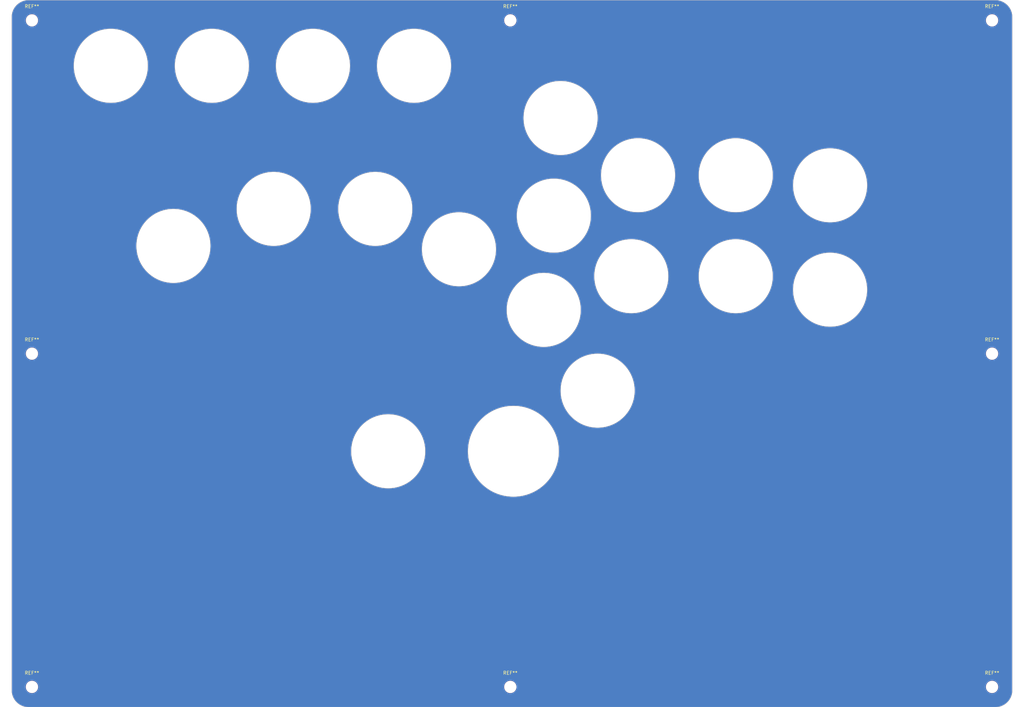
<source format=kicad_pcb>
(kicad_pcb (version 20241229) (generator "pcbnew") (generator_version "9.0")
  (layers (0 "F.Cu" signal) (2 "B.Cu" signal) (13 "F.Paste" user) (15 "B.Paste" user) (5 "F.SilkS" user "F.Silkscreen") (7 "B.SilkS" user "B.Silkscreen") (1 "F.Mask" user) (3 "B.Mask" user) (25 "Edge.Cuts" user))
  (net 0 "")
  (net 1 "GND")
  (footprint "MountingHole:MountingHole_3.2mm_M3" (layer "F.Cu") (at 341 234)
    (property "Reference" "REF**" (at 0 -4.15 0) (layer "F.SilkS"))
    (property "Value" "MountingHole_3.2mm_M3")
    (pad "" np_thru_hole circle (at 0 0) (size 3.2 3.2) (drill 3.2) (layers "*.Cu" "*.Mask"))
  )
  (footprint "MountingHole:MountingHole_3.2mm_M3" (layer "F.Cu") (at 56 36)
    (property "Reference" "REF**" (at 0 -4.15 0) (layer "F.SilkS"))
    (property "Value" "MountingHole_3.2mm_M3")
    (pad "" np_thru_hole circle (at 0 0) (size 3.2 3.2) (drill 3.2) (layers "*.Cu" "*.Mask"))
  )
  (footprint "MountingHole:MountingHole_3.2mm_M3" (layer "F.Cu") (at 56 135)
    (property "Reference" "REF**" (at 0 -4.15 0) (layer "F.SilkS"))
    (property "Value" "MountingHole_3.2mm_M3")
    (pad "" np_thru_hole circle (at 0 0) (size 3.2 3.2) (drill 3.2) (layers "*.Cu" "*.Mask"))
  )
  (footprint "MountingHole:MountingHole_3.2mm_M3" (layer "F.Cu") (at 198 36)
    (property "Reference" "REF**" (at 0 -4.15 0) (layer "F.SilkS"))
    (property "Value" "MountingHole_3.2mm_M3" (hide yes))
    (pad "" np_thru_hole circle (at 0 0) (size 3.2 3.2) (drill 3.2) (layers "*.Cu" "*.Mask"))
  )
  (footprint "MountingHole:MountingHole_3.2mm_M3" (layer "F.Cu") (at 56 234)
    (property "Reference" "REF**" (at 0 -4.15 0) (layer "F.SilkS"))
    (property "Value" "MountingHole_3.2mm_M3")
    (pad "" np_thru_hole circle (at 0 0) (size 3.2 3.2) (drill 3.2) (layers "*.Cu" "*.Mask"))
  )
  (footprint "MountingHole:MountingHole_3.2mm_M3" (layer "F.Cu") (at 341 36)
    (property "Reference" "REF**" (at 0 -4.15 0) (layer "F.SilkS"))
    (property "Value" "MountingHole_3.2mm_M3")
    (pad "" np_thru_hole circle (at 0 0) (size 3.2 3.2) (drill 3.2) (layers "*.Cu" "*.Mask"))
  )
  (footprint "MountingHole:MountingHole_3.2mm_M3" (layer "F.Cu") (at 341 135)
    (property "Reference" "REF**" (at 0 -4.15 0) (layer "F.SilkS"))
    (property "Value" "MountingHole_3.2mm_M3")
    (pad "" np_thru_hole circle (at 0 0) (size 3.2 3.2) (drill 3.2) (layers "*.Cu" "*.Mask"))
  )
  (footprint "MountingHole:MountingHole_3.2mm_M3" (layer "F.Cu") (at 198 234)
    (property "Reference" "REF**" (at 0 -4.15 0) (layer "F.SilkS"))
    (property "Value" "MountingHole_3.2mm_M3")
    (pad "" np_thru_hole circle (at 0 0) (size 3.2 3.2) (drill 3.2) (layers "*.Cu" "*.Mask"))
  )
  (gr_circle (center 341 234) (end 342.6 234) (stroke (width 0.05)) (fill no) (layer "Edge.Cuts"))
  (gr_arc (start 50 35) (mid 51.464466 31.464466) (end 55 30) (stroke (width 0.1)) (layer "Edge.Cuts"))
  (gr_arc (start 342 30) (mid 345.535534 31.464466) (end 347 35) (stroke (width 0.1)) (layer "Edge.Cuts"))
  (gr_circle (center 139.419466 49.499466) (end 150.419466 49.499466) (stroke (width 0.1)) (fill no) (layer "Edge.Cuts"))
  (gr_circle (center 264.919466 81.999466) (end 275.919466 81.999466) (stroke (width 0.1)) (fill no) (layer "Edge.Cuts"))
  (gr_arc (start 55 240) (mid 51.464466 238.535534) (end 50 235) (stroke (width 0.1)) (layer "Edge.Cuts"))
  (gr_circle (center 198.919466 163.999466) (end 212.419466 163.999466) (stroke (width 0.1)) (fill no) (layer "Edge.Cuts"))
  (gr_circle (center 97.999466 102.999466) (end 108.999466 102.999466) (stroke (width 0.1)) (fill no) (layer "Edge.Cuts"))
  (gr_circle (center 292.919466 84.999466) (end 303.919466 84.999466) (stroke (width 0.1)) (fill no) (layer "Edge.Cuts"))
  (gr_circle (center 127.759466 91.999466) (end 138.759466 91.999466) (stroke (width 0.1)) (fill no) (layer "Edge.Cuts"))
  (gr_circle (center 235.919466 81.999466) (end 246.919466 81.999466) (stroke (width 0.1)) (fill no) (layer "Edge.Cuts"))
  (gr_circle (center 212.914466 64.999466) (end 223.914466 64.999466) (stroke (width 0.1)) (fill no) (layer "Edge.Cuts"))
  (gr_circle (center 264.919466 111.999466) (end 275.919466 111.999466) (stroke (width 0.1)) (fill no) (layer "Edge.Cuts"))
  (gr_circle (center 292.919466 115.999466) (end 303.919466 115.999466) (stroke (width 0.1)) (fill no) (layer "Edge.Cuts"))
  (gr_circle (center 157.919466 91.999466) (end 168.919466 91.999466) (stroke (width 0.1)) (fill no) (layer "Edge.Cuts"))
  (gr_circle (center 223.919466 145.999466) (end 234.919466 145.999466) (stroke (width 0.1)) (fill no) (layer "Edge.Cuts"))
  (gr_arc (start 347 235) (mid 345.535534 238.535534) (end 342 240) (stroke (width 0.1)) (layer "Edge.Cuts"))
  (gr_circle (center 56 135) (end 57.6 135) (stroke (width 0.1)) (fill no) (layer "Edge.Cuts"))
  (gr_circle (center 207.919466 121.999466) (end 218.919466 121.999466) (stroke (width 0.1)) (fill no) (layer "Edge.Cuts"))
  (gr_circle (center 233.919466 111.999466) (end 244.919466 111.999466) (stroke (width 0.1)) (fill no) (layer "Edge.Cuts"))
  (gr_circle (center 182.759466 103.999466) (end 193.759466 103.999466) (stroke (width 0.1)) (fill no) (layer "Edge.Cuts"))
  (gr_circle (center 341 36) (end 342.6 36) (stroke (width 0.05)) (fill no) (layer "Edge.Cuts"))
  (gr_circle (center 198 234) (end 199.6 234) (stroke (width 0.05)) (fill no) (layer "Edge.Cuts"))
  (gr_circle (center 161.759466 163.999466) (end 172.759466 163.999466) (stroke (width 0.1)) (fill no) (layer "Edge.Cuts"))
  (gr_circle (center 79.419466 49.499466) (end 90.419466 49.499466) (stroke (width 0.1)) (fill no) (layer "Edge.Cuts"))
  (gr_circle (center 56 234) (end 57.6 234) (stroke (width 0.05)) (fill no) (layer "Edge.Cuts"))
  (gr_circle (center 341 135) (end 342.6 135) (stroke (width 0.05)) (fill no) (layer "Edge.Cuts"))
  (gr_circle (center 109.419466 49.499466) (end 120.419466 49.499466) (stroke (width 0.1)) (fill no) (layer "Edge.Cuts"))
  (gr_circle (center 169.419466 49.499466) (end 180.419466 49.499466) (stroke (width 0.1)) (fill no) (layer "Edge.Cuts"))
  (gr_line (start 347 235) (end 347 35) (stroke (width 0.1)) (layer "Edge.Cuts"))
  (gr_circle (center 56 36) (end 57.6 36) (stroke (width 0.1)) (fill no) (layer "Edge.Cuts"))
  (gr_line (start 342 30) (end 55 30) (stroke (width 0.1)) (layer "Edge.Cuts"))
  (gr_circle (center 198 36) (end 199.6 36) (stroke (width 0.05)) (fill no) (layer "Edge.Cuts"))
  (gr_circle (center 210.924466 94.004466) (end 221.924466 94.004466) (stroke (width 0.1)) (fill no) (layer "Edge.Cuts"))
  (gr_line (start 50 235) (end 50 35) (stroke (width 0.1)) (layer "Edge.Cuts"))
  (gr_line (start 342 240) (end 55 240) (stroke (width 0.1)) (layer "Edge.Cuts"))
  (zone (net 1) (net_name "GND") (layer "F.Cu") (connect_pads (clearance 0)) (min_thickness 0.25) (fill yes (thermal_gap 0.5) (thermal_bridge_width 0.5))
    (polygon (pts (xy 50 30) (xy 50 240) (xy 347 240) (xy 347 30)))
  )
  (zone (net 1) (net_name "GND") (layer "B.Cu") (priority 1) (connect_pads (clearance 0)) (min_thickness 0.25) (fill yes (thermal_gap 0.5) (thermal_bridge_width 0.5))
    (polygon (pts (xy 50 30) (xy 50 240) (xy 347 240) (xy 347 30)))
  )
)
</source>
